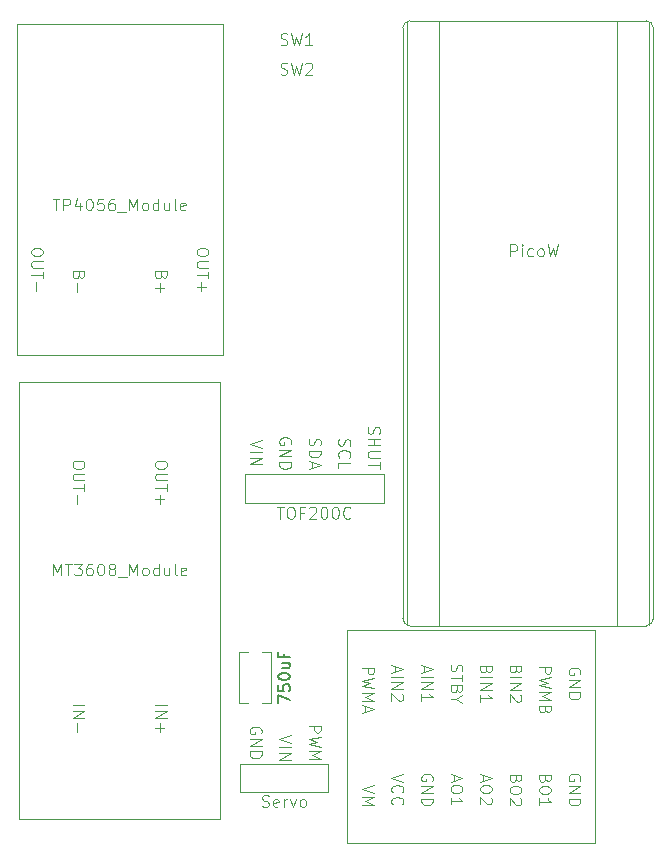
<source format=gbr>
%TF.GenerationSoftware,KiCad,Pcbnew,9.0.3*%
%TF.CreationDate,2025-10-17T23:17:00-07:00*%
%TF.ProjectId,Small_car_electronics.FCStd,536d616c-6c5f-4636-9172-5f656c656374,rev?*%
%TF.SameCoordinates,Original*%
%TF.FileFunction,Legend,Top*%
%TF.FilePolarity,Positive*%
%FSLAX46Y46*%
G04 Gerber Fmt 4.6, Leading zero omitted, Abs format (unit mm)*
G04 Created by KiCad (PCBNEW 9.0.3) date 2025-10-17 23:17:00*
%MOMM*%
%LPD*%
G01*
G04 APERTURE LIST*
%ADD10C,0.100000*%
%ADD11C,0.150000*%
%ADD12C,0.120000*%
G04 APERTURE END LIST*
D10*
X110566390Y-102333333D02*
X110518771Y-102476190D01*
X110518771Y-102476190D02*
X110471152Y-102523809D01*
X110471152Y-102523809D02*
X110375914Y-102571428D01*
X110375914Y-102571428D02*
X110233057Y-102571428D01*
X110233057Y-102571428D02*
X110137819Y-102523809D01*
X110137819Y-102523809D02*
X110090200Y-102476190D01*
X110090200Y-102476190D02*
X110042580Y-102380952D01*
X110042580Y-102380952D02*
X110042580Y-102000000D01*
X110042580Y-102000000D02*
X111042580Y-102000000D01*
X111042580Y-102000000D02*
X111042580Y-102333333D01*
X111042580Y-102333333D02*
X110994961Y-102428571D01*
X110994961Y-102428571D02*
X110947342Y-102476190D01*
X110947342Y-102476190D02*
X110852104Y-102523809D01*
X110852104Y-102523809D02*
X110756866Y-102523809D01*
X110756866Y-102523809D02*
X110661628Y-102476190D01*
X110661628Y-102476190D02*
X110614009Y-102428571D01*
X110614009Y-102428571D02*
X110566390Y-102333333D01*
X110566390Y-102333333D02*
X110566390Y-102000000D01*
X110042580Y-103000000D02*
X111042580Y-103000000D01*
X110042580Y-103476190D02*
X111042580Y-103476190D01*
X111042580Y-103476190D02*
X110042580Y-104047618D01*
X110042580Y-104047618D02*
X111042580Y-104047618D01*
X110947342Y-104476190D02*
X110994961Y-104523809D01*
X110994961Y-104523809D02*
X111042580Y-104619047D01*
X111042580Y-104619047D02*
X111042580Y-104857142D01*
X111042580Y-104857142D02*
X110994961Y-104952380D01*
X110994961Y-104952380D02*
X110947342Y-104999999D01*
X110947342Y-104999999D02*
X110852104Y-105047618D01*
X110852104Y-105047618D02*
X110756866Y-105047618D01*
X110756866Y-105047618D02*
X110614009Y-104999999D01*
X110614009Y-104999999D02*
X110042580Y-104428571D01*
X110042580Y-104428571D02*
X110042580Y-105047618D01*
X102828295Y-102023810D02*
X102828295Y-102500000D01*
X102542580Y-101928572D02*
X103542580Y-102261905D01*
X103542580Y-102261905D02*
X102542580Y-102595238D01*
X102542580Y-102928572D02*
X103542580Y-102928572D01*
X102542580Y-103404762D02*
X103542580Y-103404762D01*
X103542580Y-103404762D02*
X102542580Y-103976190D01*
X102542580Y-103976190D02*
X103542580Y-103976190D01*
X102542580Y-104976190D02*
X102542580Y-104404762D01*
X102542580Y-104690476D02*
X103542580Y-104690476D01*
X103542580Y-104690476D02*
X103399723Y-104595238D01*
X103399723Y-104595238D02*
X103304485Y-104500000D01*
X103304485Y-104500000D02*
X103256866Y-104404762D01*
X100328295Y-102023810D02*
X100328295Y-102500000D01*
X100042580Y-101928572D02*
X101042580Y-102261905D01*
X101042580Y-102261905D02*
X100042580Y-102595238D01*
X100042580Y-102928572D02*
X101042580Y-102928572D01*
X100042580Y-103404762D02*
X101042580Y-103404762D01*
X101042580Y-103404762D02*
X100042580Y-103976190D01*
X100042580Y-103976190D02*
X101042580Y-103976190D01*
X100947342Y-104404762D02*
X100994961Y-104452381D01*
X100994961Y-104452381D02*
X101042580Y-104547619D01*
X101042580Y-104547619D02*
X101042580Y-104785714D01*
X101042580Y-104785714D02*
X100994961Y-104880952D01*
X100994961Y-104880952D02*
X100947342Y-104928571D01*
X100947342Y-104928571D02*
X100852104Y-104976190D01*
X100852104Y-104976190D02*
X100756866Y-104976190D01*
X100756866Y-104976190D02*
X100614009Y-104928571D01*
X100614009Y-104928571D02*
X100042580Y-104357143D01*
X100042580Y-104357143D02*
X100042580Y-104976190D01*
X97542580Y-102166667D02*
X98542580Y-102166667D01*
X98542580Y-102166667D02*
X98542580Y-102547619D01*
X98542580Y-102547619D02*
X98494961Y-102642857D01*
X98494961Y-102642857D02*
X98447342Y-102690476D01*
X98447342Y-102690476D02*
X98352104Y-102738095D01*
X98352104Y-102738095D02*
X98209247Y-102738095D01*
X98209247Y-102738095D02*
X98114009Y-102690476D01*
X98114009Y-102690476D02*
X98066390Y-102642857D01*
X98066390Y-102642857D02*
X98018771Y-102547619D01*
X98018771Y-102547619D02*
X98018771Y-102166667D01*
X98542580Y-103071429D02*
X97542580Y-103309524D01*
X97542580Y-103309524D02*
X98256866Y-103500000D01*
X98256866Y-103500000D02*
X97542580Y-103690476D01*
X97542580Y-103690476D02*
X98542580Y-103928572D01*
X97542580Y-104309524D02*
X98542580Y-104309524D01*
X98542580Y-104309524D02*
X97828295Y-104642857D01*
X97828295Y-104642857D02*
X98542580Y-104976190D01*
X98542580Y-104976190D02*
X97542580Y-104976190D01*
X97828295Y-105404762D02*
X97828295Y-105880952D01*
X97542580Y-105309524D02*
X98542580Y-105642857D01*
X98542580Y-105642857D02*
X97542580Y-105976190D01*
X112542580Y-102095238D02*
X113542580Y-102095238D01*
X113542580Y-102095238D02*
X113542580Y-102476190D01*
X113542580Y-102476190D02*
X113494961Y-102571428D01*
X113494961Y-102571428D02*
X113447342Y-102619047D01*
X113447342Y-102619047D02*
X113352104Y-102666666D01*
X113352104Y-102666666D02*
X113209247Y-102666666D01*
X113209247Y-102666666D02*
X113114009Y-102619047D01*
X113114009Y-102619047D02*
X113066390Y-102571428D01*
X113066390Y-102571428D02*
X113018771Y-102476190D01*
X113018771Y-102476190D02*
X113018771Y-102095238D01*
X113542580Y-103000000D02*
X112542580Y-103238095D01*
X112542580Y-103238095D02*
X113256866Y-103428571D01*
X113256866Y-103428571D02*
X112542580Y-103619047D01*
X112542580Y-103619047D02*
X113542580Y-103857143D01*
X112542580Y-104238095D02*
X113542580Y-104238095D01*
X113542580Y-104238095D02*
X112828295Y-104571428D01*
X112828295Y-104571428D02*
X113542580Y-104904761D01*
X113542580Y-104904761D02*
X112542580Y-104904761D01*
X113066390Y-105714285D02*
X113018771Y-105857142D01*
X113018771Y-105857142D02*
X112971152Y-105904761D01*
X112971152Y-105904761D02*
X112875914Y-105952380D01*
X112875914Y-105952380D02*
X112733057Y-105952380D01*
X112733057Y-105952380D02*
X112637819Y-105904761D01*
X112637819Y-105904761D02*
X112590200Y-105857142D01*
X112590200Y-105857142D02*
X112542580Y-105761904D01*
X112542580Y-105761904D02*
X112542580Y-105380952D01*
X112542580Y-105380952D02*
X113542580Y-105380952D01*
X113542580Y-105380952D02*
X113542580Y-105714285D01*
X113542580Y-105714285D02*
X113494961Y-105809523D01*
X113494961Y-105809523D02*
X113447342Y-105857142D01*
X113447342Y-105857142D02*
X113352104Y-105904761D01*
X113352104Y-105904761D02*
X113256866Y-105904761D01*
X113256866Y-105904761D02*
X113161628Y-105857142D01*
X113161628Y-105857142D02*
X113114009Y-105809523D01*
X113114009Y-105809523D02*
X113066390Y-105714285D01*
X113066390Y-105714285D02*
X113066390Y-105380952D01*
X108066390Y-102333333D02*
X108018771Y-102476190D01*
X108018771Y-102476190D02*
X107971152Y-102523809D01*
X107971152Y-102523809D02*
X107875914Y-102571428D01*
X107875914Y-102571428D02*
X107733057Y-102571428D01*
X107733057Y-102571428D02*
X107637819Y-102523809D01*
X107637819Y-102523809D02*
X107590200Y-102476190D01*
X107590200Y-102476190D02*
X107542580Y-102380952D01*
X107542580Y-102380952D02*
X107542580Y-102000000D01*
X107542580Y-102000000D02*
X108542580Y-102000000D01*
X108542580Y-102000000D02*
X108542580Y-102333333D01*
X108542580Y-102333333D02*
X108494961Y-102428571D01*
X108494961Y-102428571D02*
X108447342Y-102476190D01*
X108447342Y-102476190D02*
X108352104Y-102523809D01*
X108352104Y-102523809D02*
X108256866Y-102523809D01*
X108256866Y-102523809D02*
X108161628Y-102476190D01*
X108161628Y-102476190D02*
X108114009Y-102428571D01*
X108114009Y-102428571D02*
X108066390Y-102333333D01*
X108066390Y-102333333D02*
X108066390Y-102000000D01*
X107542580Y-103000000D02*
X108542580Y-103000000D01*
X107542580Y-103476190D02*
X108542580Y-103476190D01*
X108542580Y-103476190D02*
X107542580Y-104047618D01*
X107542580Y-104047618D02*
X108542580Y-104047618D01*
X107542580Y-105047618D02*
X107542580Y-104476190D01*
X107542580Y-104761904D02*
X108542580Y-104761904D01*
X108542580Y-104761904D02*
X108399723Y-104666666D01*
X108399723Y-104666666D02*
X108304485Y-104571428D01*
X108304485Y-104571428D02*
X108256866Y-104476190D01*
X115994961Y-102738095D02*
X116042580Y-102642857D01*
X116042580Y-102642857D02*
X116042580Y-102500000D01*
X116042580Y-102500000D02*
X115994961Y-102357143D01*
X115994961Y-102357143D02*
X115899723Y-102261905D01*
X115899723Y-102261905D02*
X115804485Y-102214286D01*
X115804485Y-102214286D02*
X115614009Y-102166667D01*
X115614009Y-102166667D02*
X115471152Y-102166667D01*
X115471152Y-102166667D02*
X115280676Y-102214286D01*
X115280676Y-102214286D02*
X115185438Y-102261905D01*
X115185438Y-102261905D02*
X115090200Y-102357143D01*
X115090200Y-102357143D02*
X115042580Y-102500000D01*
X115042580Y-102500000D02*
X115042580Y-102595238D01*
X115042580Y-102595238D02*
X115090200Y-102738095D01*
X115090200Y-102738095D02*
X115137819Y-102785714D01*
X115137819Y-102785714D02*
X115471152Y-102785714D01*
X115471152Y-102785714D02*
X115471152Y-102595238D01*
X115042580Y-103214286D02*
X116042580Y-103214286D01*
X116042580Y-103214286D02*
X115042580Y-103785714D01*
X115042580Y-103785714D02*
X116042580Y-103785714D01*
X115042580Y-104261905D02*
X116042580Y-104261905D01*
X116042580Y-104261905D02*
X116042580Y-104500000D01*
X116042580Y-104500000D02*
X115994961Y-104642857D01*
X115994961Y-104642857D02*
X115899723Y-104738095D01*
X115899723Y-104738095D02*
X115804485Y-104785714D01*
X115804485Y-104785714D02*
X115614009Y-104833333D01*
X115614009Y-104833333D02*
X115471152Y-104833333D01*
X115471152Y-104833333D02*
X115280676Y-104785714D01*
X115280676Y-104785714D02*
X115185438Y-104738095D01*
X115185438Y-104738095D02*
X115090200Y-104642857D01*
X115090200Y-104642857D02*
X115042580Y-104500000D01*
X115042580Y-104500000D02*
X115042580Y-104261905D01*
X105090200Y-101904762D02*
X105042580Y-102047619D01*
X105042580Y-102047619D02*
X105042580Y-102285714D01*
X105042580Y-102285714D02*
X105090200Y-102380952D01*
X105090200Y-102380952D02*
X105137819Y-102428571D01*
X105137819Y-102428571D02*
X105233057Y-102476190D01*
X105233057Y-102476190D02*
X105328295Y-102476190D01*
X105328295Y-102476190D02*
X105423533Y-102428571D01*
X105423533Y-102428571D02*
X105471152Y-102380952D01*
X105471152Y-102380952D02*
X105518771Y-102285714D01*
X105518771Y-102285714D02*
X105566390Y-102095238D01*
X105566390Y-102095238D02*
X105614009Y-102000000D01*
X105614009Y-102000000D02*
X105661628Y-101952381D01*
X105661628Y-101952381D02*
X105756866Y-101904762D01*
X105756866Y-101904762D02*
X105852104Y-101904762D01*
X105852104Y-101904762D02*
X105947342Y-101952381D01*
X105947342Y-101952381D02*
X105994961Y-102000000D01*
X105994961Y-102000000D02*
X106042580Y-102095238D01*
X106042580Y-102095238D02*
X106042580Y-102333333D01*
X106042580Y-102333333D02*
X105994961Y-102476190D01*
X106042580Y-102761905D02*
X106042580Y-103333333D01*
X105042580Y-103047619D02*
X106042580Y-103047619D01*
X105566390Y-104000000D02*
X105518771Y-104142857D01*
X105518771Y-104142857D02*
X105471152Y-104190476D01*
X105471152Y-104190476D02*
X105375914Y-104238095D01*
X105375914Y-104238095D02*
X105233057Y-104238095D01*
X105233057Y-104238095D02*
X105137819Y-104190476D01*
X105137819Y-104190476D02*
X105090200Y-104142857D01*
X105090200Y-104142857D02*
X105042580Y-104047619D01*
X105042580Y-104047619D02*
X105042580Y-103666667D01*
X105042580Y-103666667D02*
X106042580Y-103666667D01*
X106042580Y-103666667D02*
X106042580Y-104000000D01*
X106042580Y-104000000D02*
X105994961Y-104095238D01*
X105994961Y-104095238D02*
X105947342Y-104142857D01*
X105947342Y-104142857D02*
X105852104Y-104190476D01*
X105852104Y-104190476D02*
X105756866Y-104190476D01*
X105756866Y-104190476D02*
X105661628Y-104142857D01*
X105661628Y-104142857D02*
X105614009Y-104095238D01*
X105614009Y-104095238D02*
X105566390Y-104000000D01*
X105566390Y-104000000D02*
X105566390Y-103666667D01*
X105518771Y-104857143D02*
X105042580Y-104857143D01*
X106042580Y-104523810D02*
X105518771Y-104857143D01*
X105518771Y-104857143D02*
X106042580Y-105190476D01*
X115994961Y-111738095D02*
X116042580Y-111642857D01*
X116042580Y-111642857D02*
X116042580Y-111500000D01*
X116042580Y-111500000D02*
X115994961Y-111357143D01*
X115994961Y-111357143D02*
X115899723Y-111261905D01*
X115899723Y-111261905D02*
X115804485Y-111214286D01*
X115804485Y-111214286D02*
X115614009Y-111166667D01*
X115614009Y-111166667D02*
X115471152Y-111166667D01*
X115471152Y-111166667D02*
X115280676Y-111214286D01*
X115280676Y-111214286D02*
X115185438Y-111261905D01*
X115185438Y-111261905D02*
X115090200Y-111357143D01*
X115090200Y-111357143D02*
X115042580Y-111500000D01*
X115042580Y-111500000D02*
X115042580Y-111595238D01*
X115042580Y-111595238D02*
X115090200Y-111738095D01*
X115090200Y-111738095D02*
X115137819Y-111785714D01*
X115137819Y-111785714D02*
X115471152Y-111785714D01*
X115471152Y-111785714D02*
X115471152Y-111595238D01*
X115042580Y-112214286D02*
X116042580Y-112214286D01*
X116042580Y-112214286D02*
X115042580Y-112785714D01*
X115042580Y-112785714D02*
X116042580Y-112785714D01*
X115042580Y-113261905D02*
X116042580Y-113261905D01*
X116042580Y-113261905D02*
X116042580Y-113500000D01*
X116042580Y-113500000D02*
X115994961Y-113642857D01*
X115994961Y-113642857D02*
X115899723Y-113738095D01*
X115899723Y-113738095D02*
X115804485Y-113785714D01*
X115804485Y-113785714D02*
X115614009Y-113833333D01*
X115614009Y-113833333D02*
X115471152Y-113833333D01*
X115471152Y-113833333D02*
X115280676Y-113785714D01*
X115280676Y-113785714D02*
X115185438Y-113738095D01*
X115185438Y-113738095D02*
X115090200Y-113642857D01*
X115090200Y-113642857D02*
X115042580Y-113500000D01*
X115042580Y-113500000D02*
X115042580Y-113261905D01*
X113066390Y-111571428D02*
X113018771Y-111714285D01*
X113018771Y-111714285D02*
X112971152Y-111761904D01*
X112971152Y-111761904D02*
X112875914Y-111809523D01*
X112875914Y-111809523D02*
X112733057Y-111809523D01*
X112733057Y-111809523D02*
X112637819Y-111761904D01*
X112637819Y-111761904D02*
X112590200Y-111714285D01*
X112590200Y-111714285D02*
X112542580Y-111619047D01*
X112542580Y-111619047D02*
X112542580Y-111238095D01*
X112542580Y-111238095D02*
X113542580Y-111238095D01*
X113542580Y-111238095D02*
X113542580Y-111571428D01*
X113542580Y-111571428D02*
X113494961Y-111666666D01*
X113494961Y-111666666D02*
X113447342Y-111714285D01*
X113447342Y-111714285D02*
X113352104Y-111761904D01*
X113352104Y-111761904D02*
X113256866Y-111761904D01*
X113256866Y-111761904D02*
X113161628Y-111714285D01*
X113161628Y-111714285D02*
X113114009Y-111666666D01*
X113114009Y-111666666D02*
X113066390Y-111571428D01*
X113066390Y-111571428D02*
X113066390Y-111238095D01*
X113542580Y-112428571D02*
X113542580Y-112619047D01*
X113542580Y-112619047D02*
X113494961Y-112714285D01*
X113494961Y-112714285D02*
X113399723Y-112809523D01*
X113399723Y-112809523D02*
X113209247Y-112857142D01*
X113209247Y-112857142D02*
X112875914Y-112857142D01*
X112875914Y-112857142D02*
X112685438Y-112809523D01*
X112685438Y-112809523D02*
X112590200Y-112714285D01*
X112590200Y-112714285D02*
X112542580Y-112619047D01*
X112542580Y-112619047D02*
X112542580Y-112428571D01*
X112542580Y-112428571D02*
X112590200Y-112333333D01*
X112590200Y-112333333D02*
X112685438Y-112238095D01*
X112685438Y-112238095D02*
X112875914Y-112190476D01*
X112875914Y-112190476D02*
X113209247Y-112190476D01*
X113209247Y-112190476D02*
X113399723Y-112238095D01*
X113399723Y-112238095D02*
X113494961Y-112333333D01*
X113494961Y-112333333D02*
X113542580Y-112428571D01*
X112542580Y-113809523D02*
X112542580Y-113238095D01*
X112542580Y-113523809D02*
X113542580Y-113523809D01*
X113542580Y-113523809D02*
X113399723Y-113428571D01*
X113399723Y-113428571D02*
X113304485Y-113333333D01*
X113304485Y-113333333D02*
X113256866Y-113238095D01*
X110566390Y-111571428D02*
X110518771Y-111714285D01*
X110518771Y-111714285D02*
X110471152Y-111761904D01*
X110471152Y-111761904D02*
X110375914Y-111809523D01*
X110375914Y-111809523D02*
X110233057Y-111809523D01*
X110233057Y-111809523D02*
X110137819Y-111761904D01*
X110137819Y-111761904D02*
X110090200Y-111714285D01*
X110090200Y-111714285D02*
X110042580Y-111619047D01*
X110042580Y-111619047D02*
X110042580Y-111238095D01*
X110042580Y-111238095D02*
X111042580Y-111238095D01*
X111042580Y-111238095D02*
X111042580Y-111571428D01*
X111042580Y-111571428D02*
X110994961Y-111666666D01*
X110994961Y-111666666D02*
X110947342Y-111714285D01*
X110947342Y-111714285D02*
X110852104Y-111761904D01*
X110852104Y-111761904D02*
X110756866Y-111761904D01*
X110756866Y-111761904D02*
X110661628Y-111714285D01*
X110661628Y-111714285D02*
X110614009Y-111666666D01*
X110614009Y-111666666D02*
X110566390Y-111571428D01*
X110566390Y-111571428D02*
X110566390Y-111238095D01*
X111042580Y-112428571D02*
X111042580Y-112619047D01*
X111042580Y-112619047D02*
X110994961Y-112714285D01*
X110994961Y-112714285D02*
X110899723Y-112809523D01*
X110899723Y-112809523D02*
X110709247Y-112857142D01*
X110709247Y-112857142D02*
X110375914Y-112857142D01*
X110375914Y-112857142D02*
X110185438Y-112809523D01*
X110185438Y-112809523D02*
X110090200Y-112714285D01*
X110090200Y-112714285D02*
X110042580Y-112619047D01*
X110042580Y-112619047D02*
X110042580Y-112428571D01*
X110042580Y-112428571D02*
X110090200Y-112333333D01*
X110090200Y-112333333D02*
X110185438Y-112238095D01*
X110185438Y-112238095D02*
X110375914Y-112190476D01*
X110375914Y-112190476D02*
X110709247Y-112190476D01*
X110709247Y-112190476D02*
X110899723Y-112238095D01*
X110899723Y-112238095D02*
X110994961Y-112333333D01*
X110994961Y-112333333D02*
X111042580Y-112428571D01*
X110947342Y-113238095D02*
X110994961Y-113285714D01*
X110994961Y-113285714D02*
X111042580Y-113380952D01*
X111042580Y-113380952D02*
X111042580Y-113619047D01*
X111042580Y-113619047D02*
X110994961Y-113714285D01*
X110994961Y-113714285D02*
X110947342Y-113761904D01*
X110947342Y-113761904D02*
X110852104Y-113809523D01*
X110852104Y-113809523D02*
X110756866Y-113809523D01*
X110756866Y-113809523D02*
X110614009Y-113761904D01*
X110614009Y-113761904D02*
X110042580Y-113190476D01*
X110042580Y-113190476D02*
X110042580Y-113809523D01*
X107828295Y-111261905D02*
X107828295Y-111738095D01*
X107542580Y-111166667D02*
X108542580Y-111500000D01*
X108542580Y-111500000D02*
X107542580Y-111833333D01*
X108542580Y-112357143D02*
X108542580Y-112547619D01*
X108542580Y-112547619D02*
X108494961Y-112642857D01*
X108494961Y-112642857D02*
X108399723Y-112738095D01*
X108399723Y-112738095D02*
X108209247Y-112785714D01*
X108209247Y-112785714D02*
X107875914Y-112785714D01*
X107875914Y-112785714D02*
X107685438Y-112738095D01*
X107685438Y-112738095D02*
X107590200Y-112642857D01*
X107590200Y-112642857D02*
X107542580Y-112547619D01*
X107542580Y-112547619D02*
X107542580Y-112357143D01*
X107542580Y-112357143D02*
X107590200Y-112261905D01*
X107590200Y-112261905D02*
X107685438Y-112166667D01*
X107685438Y-112166667D02*
X107875914Y-112119048D01*
X107875914Y-112119048D02*
X108209247Y-112119048D01*
X108209247Y-112119048D02*
X108399723Y-112166667D01*
X108399723Y-112166667D02*
X108494961Y-112261905D01*
X108494961Y-112261905D02*
X108542580Y-112357143D01*
X108447342Y-113166667D02*
X108494961Y-113214286D01*
X108494961Y-113214286D02*
X108542580Y-113309524D01*
X108542580Y-113309524D02*
X108542580Y-113547619D01*
X108542580Y-113547619D02*
X108494961Y-113642857D01*
X108494961Y-113642857D02*
X108447342Y-113690476D01*
X108447342Y-113690476D02*
X108352104Y-113738095D01*
X108352104Y-113738095D02*
X108256866Y-113738095D01*
X108256866Y-113738095D02*
X108114009Y-113690476D01*
X108114009Y-113690476D02*
X107542580Y-113119048D01*
X107542580Y-113119048D02*
X107542580Y-113738095D01*
X105328295Y-111261905D02*
X105328295Y-111738095D01*
X105042580Y-111166667D02*
X106042580Y-111500000D01*
X106042580Y-111500000D02*
X105042580Y-111833333D01*
X106042580Y-112357143D02*
X106042580Y-112547619D01*
X106042580Y-112547619D02*
X105994961Y-112642857D01*
X105994961Y-112642857D02*
X105899723Y-112738095D01*
X105899723Y-112738095D02*
X105709247Y-112785714D01*
X105709247Y-112785714D02*
X105375914Y-112785714D01*
X105375914Y-112785714D02*
X105185438Y-112738095D01*
X105185438Y-112738095D02*
X105090200Y-112642857D01*
X105090200Y-112642857D02*
X105042580Y-112547619D01*
X105042580Y-112547619D02*
X105042580Y-112357143D01*
X105042580Y-112357143D02*
X105090200Y-112261905D01*
X105090200Y-112261905D02*
X105185438Y-112166667D01*
X105185438Y-112166667D02*
X105375914Y-112119048D01*
X105375914Y-112119048D02*
X105709247Y-112119048D01*
X105709247Y-112119048D02*
X105899723Y-112166667D01*
X105899723Y-112166667D02*
X105994961Y-112261905D01*
X105994961Y-112261905D02*
X106042580Y-112357143D01*
X105042580Y-113738095D02*
X105042580Y-113166667D01*
X105042580Y-113452381D02*
X106042580Y-113452381D01*
X106042580Y-113452381D02*
X105899723Y-113357143D01*
X105899723Y-113357143D02*
X105804485Y-113261905D01*
X105804485Y-113261905D02*
X105756866Y-113166667D01*
X103494961Y-111738095D02*
X103542580Y-111642857D01*
X103542580Y-111642857D02*
X103542580Y-111500000D01*
X103542580Y-111500000D02*
X103494961Y-111357143D01*
X103494961Y-111357143D02*
X103399723Y-111261905D01*
X103399723Y-111261905D02*
X103304485Y-111214286D01*
X103304485Y-111214286D02*
X103114009Y-111166667D01*
X103114009Y-111166667D02*
X102971152Y-111166667D01*
X102971152Y-111166667D02*
X102780676Y-111214286D01*
X102780676Y-111214286D02*
X102685438Y-111261905D01*
X102685438Y-111261905D02*
X102590200Y-111357143D01*
X102590200Y-111357143D02*
X102542580Y-111500000D01*
X102542580Y-111500000D02*
X102542580Y-111595238D01*
X102542580Y-111595238D02*
X102590200Y-111738095D01*
X102590200Y-111738095D02*
X102637819Y-111785714D01*
X102637819Y-111785714D02*
X102971152Y-111785714D01*
X102971152Y-111785714D02*
X102971152Y-111595238D01*
X102542580Y-112214286D02*
X103542580Y-112214286D01*
X103542580Y-112214286D02*
X102542580Y-112785714D01*
X102542580Y-112785714D02*
X103542580Y-112785714D01*
X102542580Y-113261905D02*
X103542580Y-113261905D01*
X103542580Y-113261905D02*
X103542580Y-113500000D01*
X103542580Y-113500000D02*
X103494961Y-113642857D01*
X103494961Y-113642857D02*
X103399723Y-113738095D01*
X103399723Y-113738095D02*
X103304485Y-113785714D01*
X103304485Y-113785714D02*
X103114009Y-113833333D01*
X103114009Y-113833333D02*
X102971152Y-113833333D01*
X102971152Y-113833333D02*
X102780676Y-113785714D01*
X102780676Y-113785714D02*
X102685438Y-113738095D01*
X102685438Y-113738095D02*
X102590200Y-113642857D01*
X102590200Y-113642857D02*
X102542580Y-113500000D01*
X102542580Y-113500000D02*
X102542580Y-113261905D01*
X101042580Y-111166667D02*
X100042580Y-111500000D01*
X100042580Y-111500000D02*
X101042580Y-111833333D01*
X100137819Y-112738095D02*
X100090200Y-112690476D01*
X100090200Y-112690476D02*
X100042580Y-112547619D01*
X100042580Y-112547619D02*
X100042580Y-112452381D01*
X100042580Y-112452381D02*
X100090200Y-112309524D01*
X100090200Y-112309524D02*
X100185438Y-112214286D01*
X100185438Y-112214286D02*
X100280676Y-112166667D01*
X100280676Y-112166667D02*
X100471152Y-112119048D01*
X100471152Y-112119048D02*
X100614009Y-112119048D01*
X100614009Y-112119048D02*
X100804485Y-112166667D01*
X100804485Y-112166667D02*
X100899723Y-112214286D01*
X100899723Y-112214286D02*
X100994961Y-112309524D01*
X100994961Y-112309524D02*
X101042580Y-112452381D01*
X101042580Y-112452381D02*
X101042580Y-112547619D01*
X101042580Y-112547619D02*
X100994961Y-112690476D01*
X100994961Y-112690476D02*
X100947342Y-112738095D01*
X100137819Y-113738095D02*
X100090200Y-113690476D01*
X100090200Y-113690476D02*
X100042580Y-113547619D01*
X100042580Y-113547619D02*
X100042580Y-113452381D01*
X100042580Y-113452381D02*
X100090200Y-113309524D01*
X100090200Y-113309524D02*
X100185438Y-113214286D01*
X100185438Y-113214286D02*
X100280676Y-113166667D01*
X100280676Y-113166667D02*
X100471152Y-113119048D01*
X100471152Y-113119048D02*
X100614009Y-113119048D01*
X100614009Y-113119048D02*
X100804485Y-113166667D01*
X100804485Y-113166667D02*
X100899723Y-113214286D01*
X100899723Y-113214286D02*
X100994961Y-113309524D01*
X100994961Y-113309524D02*
X101042580Y-113452381D01*
X101042580Y-113452381D02*
X101042580Y-113547619D01*
X101042580Y-113547619D02*
X100994961Y-113690476D01*
X100994961Y-113690476D02*
X100947342Y-113738095D01*
X98542580Y-112095238D02*
X97542580Y-112428571D01*
X97542580Y-112428571D02*
X98542580Y-112761904D01*
X97542580Y-113095238D02*
X98542580Y-113095238D01*
X98542580Y-113095238D02*
X97828295Y-113428571D01*
X97828295Y-113428571D02*
X98542580Y-113761904D01*
X98542580Y-113761904D02*
X97542580Y-113761904D01*
X90666667Y-51909800D02*
X90809524Y-51957419D01*
X90809524Y-51957419D02*
X91047619Y-51957419D01*
X91047619Y-51957419D02*
X91142857Y-51909800D01*
X91142857Y-51909800D02*
X91190476Y-51862180D01*
X91190476Y-51862180D02*
X91238095Y-51766942D01*
X91238095Y-51766942D02*
X91238095Y-51671704D01*
X91238095Y-51671704D02*
X91190476Y-51576466D01*
X91190476Y-51576466D02*
X91142857Y-51528847D01*
X91142857Y-51528847D02*
X91047619Y-51481228D01*
X91047619Y-51481228D02*
X90857143Y-51433609D01*
X90857143Y-51433609D02*
X90761905Y-51385990D01*
X90761905Y-51385990D02*
X90714286Y-51338371D01*
X90714286Y-51338371D02*
X90666667Y-51243133D01*
X90666667Y-51243133D02*
X90666667Y-51147895D01*
X90666667Y-51147895D02*
X90714286Y-51052657D01*
X90714286Y-51052657D02*
X90761905Y-51005038D01*
X90761905Y-51005038D02*
X90857143Y-50957419D01*
X90857143Y-50957419D02*
X91095238Y-50957419D01*
X91095238Y-50957419D02*
X91238095Y-51005038D01*
X91571429Y-50957419D02*
X91809524Y-51957419D01*
X91809524Y-51957419D02*
X92000000Y-51243133D01*
X92000000Y-51243133D02*
X92190476Y-51957419D01*
X92190476Y-51957419D02*
X92428572Y-50957419D01*
X92761905Y-51052657D02*
X92809524Y-51005038D01*
X92809524Y-51005038D02*
X92904762Y-50957419D01*
X92904762Y-50957419D02*
X93142857Y-50957419D01*
X93142857Y-50957419D02*
X93238095Y-51005038D01*
X93238095Y-51005038D02*
X93285714Y-51052657D01*
X93285714Y-51052657D02*
X93333333Y-51147895D01*
X93333333Y-51147895D02*
X93333333Y-51243133D01*
X93333333Y-51243133D02*
X93285714Y-51385990D01*
X93285714Y-51385990D02*
X92714286Y-51957419D01*
X92714286Y-51957419D02*
X93333333Y-51957419D01*
X90666667Y-49409800D02*
X90809524Y-49457419D01*
X90809524Y-49457419D02*
X91047619Y-49457419D01*
X91047619Y-49457419D02*
X91142857Y-49409800D01*
X91142857Y-49409800D02*
X91190476Y-49362180D01*
X91190476Y-49362180D02*
X91238095Y-49266942D01*
X91238095Y-49266942D02*
X91238095Y-49171704D01*
X91238095Y-49171704D02*
X91190476Y-49076466D01*
X91190476Y-49076466D02*
X91142857Y-49028847D01*
X91142857Y-49028847D02*
X91047619Y-48981228D01*
X91047619Y-48981228D02*
X90857143Y-48933609D01*
X90857143Y-48933609D02*
X90761905Y-48885990D01*
X90761905Y-48885990D02*
X90714286Y-48838371D01*
X90714286Y-48838371D02*
X90666667Y-48743133D01*
X90666667Y-48743133D02*
X90666667Y-48647895D01*
X90666667Y-48647895D02*
X90714286Y-48552657D01*
X90714286Y-48552657D02*
X90761905Y-48505038D01*
X90761905Y-48505038D02*
X90857143Y-48457419D01*
X90857143Y-48457419D02*
X91095238Y-48457419D01*
X91095238Y-48457419D02*
X91238095Y-48505038D01*
X91571429Y-48457419D02*
X91809524Y-49457419D01*
X91809524Y-49457419D02*
X92000000Y-48743133D01*
X92000000Y-48743133D02*
X92190476Y-49457419D01*
X92190476Y-49457419D02*
X92428572Y-48457419D01*
X93333333Y-49457419D02*
X92761905Y-49457419D01*
X93047619Y-49457419D02*
X93047619Y-48457419D01*
X93047619Y-48457419D02*
X92952381Y-48600276D01*
X92952381Y-48600276D02*
X92857143Y-48695514D01*
X92857143Y-48695514D02*
X92761905Y-48743133D01*
X93042580Y-107095238D02*
X94042580Y-107095238D01*
X94042580Y-107095238D02*
X94042580Y-107476190D01*
X94042580Y-107476190D02*
X93994961Y-107571428D01*
X93994961Y-107571428D02*
X93947342Y-107619047D01*
X93947342Y-107619047D02*
X93852104Y-107666666D01*
X93852104Y-107666666D02*
X93709247Y-107666666D01*
X93709247Y-107666666D02*
X93614009Y-107619047D01*
X93614009Y-107619047D02*
X93566390Y-107571428D01*
X93566390Y-107571428D02*
X93518771Y-107476190D01*
X93518771Y-107476190D02*
X93518771Y-107095238D01*
X94042580Y-108000000D02*
X93042580Y-108238095D01*
X93042580Y-108238095D02*
X93756866Y-108428571D01*
X93756866Y-108428571D02*
X93042580Y-108619047D01*
X93042580Y-108619047D02*
X94042580Y-108857143D01*
X93042580Y-109238095D02*
X94042580Y-109238095D01*
X94042580Y-109238095D02*
X93328295Y-109571428D01*
X93328295Y-109571428D02*
X94042580Y-109904761D01*
X94042580Y-109904761D02*
X93042580Y-109904761D01*
X91542580Y-107904762D02*
X90542580Y-108238095D01*
X90542580Y-108238095D02*
X91542580Y-108571428D01*
X90542580Y-108904762D02*
X91542580Y-108904762D01*
X90542580Y-109380952D02*
X91542580Y-109380952D01*
X91542580Y-109380952D02*
X90542580Y-109952380D01*
X90542580Y-109952380D02*
X91542580Y-109952380D01*
X88994961Y-107738095D02*
X89042580Y-107642857D01*
X89042580Y-107642857D02*
X89042580Y-107500000D01*
X89042580Y-107500000D02*
X88994961Y-107357143D01*
X88994961Y-107357143D02*
X88899723Y-107261905D01*
X88899723Y-107261905D02*
X88804485Y-107214286D01*
X88804485Y-107214286D02*
X88614009Y-107166667D01*
X88614009Y-107166667D02*
X88471152Y-107166667D01*
X88471152Y-107166667D02*
X88280676Y-107214286D01*
X88280676Y-107214286D02*
X88185438Y-107261905D01*
X88185438Y-107261905D02*
X88090200Y-107357143D01*
X88090200Y-107357143D02*
X88042580Y-107500000D01*
X88042580Y-107500000D02*
X88042580Y-107595238D01*
X88042580Y-107595238D02*
X88090200Y-107738095D01*
X88090200Y-107738095D02*
X88137819Y-107785714D01*
X88137819Y-107785714D02*
X88471152Y-107785714D01*
X88471152Y-107785714D02*
X88471152Y-107595238D01*
X88042580Y-108214286D02*
X89042580Y-108214286D01*
X89042580Y-108214286D02*
X88042580Y-108785714D01*
X88042580Y-108785714D02*
X89042580Y-108785714D01*
X88042580Y-109261905D02*
X89042580Y-109261905D01*
X89042580Y-109261905D02*
X89042580Y-109500000D01*
X89042580Y-109500000D02*
X88994961Y-109642857D01*
X88994961Y-109642857D02*
X88899723Y-109738095D01*
X88899723Y-109738095D02*
X88804485Y-109785714D01*
X88804485Y-109785714D02*
X88614009Y-109833333D01*
X88614009Y-109833333D02*
X88471152Y-109833333D01*
X88471152Y-109833333D02*
X88280676Y-109785714D01*
X88280676Y-109785714D02*
X88185438Y-109738095D01*
X88185438Y-109738095D02*
X88090200Y-109642857D01*
X88090200Y-109642857D02*
X88042580Y-109500000D01*
X88042580Y-109500000D02*
X88042580Y-109261905D01*
X89042580Y-82904762D02*
X88042580Y-83238095D01*
X88042580Y-83238095D02*
X89042580Y-83571428D01*
X88042580Y-83904762D02*
X89042580Y-83904762D01*
X88042580Y-84380952D02*
X89042580Y-84380952D01*
X89042580Y-84380952D02*
X88042580Y-84952380D01*
X88042580Y-84952380D02*
X89042580Y-84952380D01*
X91494961Y-83238095D02*
X91542580Y-83142857D01*
X91542580Y-83142857D02*
X91542580Y-83000000D01*
X91542580Y-83000000D02*
X91494961Y-82857143D01*
X91494961Y-82857143D02*
X91399723Y-82761905D01*
X91399723Y-82761905D02*
X91304485Y-82714286D01*
X91304485Y-82714286D02*
X91114009Y-82666667D01*
X91114009Y-82666667D02*
X90971152Y-82666667D01*
X90971152Y-82666667D02*
X90780676Y-82714286D01*
X90780676Y-82714286D02*
X90685438Y-82761905D01*
X90685438Y-82761905D02*
X90590200Y-82857143D01*
X90590200Y-82857143D02*
X90542580Y-83000000D01*
X90542580Y-83000000D02*
X90542580Y-83095238D01*
X90542580Y-83095238D02*
X90590200Y-83238095D01*
X90590200Y-83238095D02*
X90637819Y-83285714D01*
X90637819Y-83285714D02*
X90971152Y-83285714D01*
X90971152Y-83285714D02*
X90971152Y-83095238D01*
X90542580Y-83714286D02*
X91542580Y-83714286D01*
X91542580Y-83714286D02*
X90542580Y-84285714D01*
X90542580Y-84285714D02*
X91542580Y-84285714D01*
X90542580Y-84761905D02*
X91542580Y-84761905D01*
X91542580Y-84761905D02*
X91542580Y-85000000D01*
X91542580Y-85000000D02*
X91494961Y-85142857D01*
X91494961Y-85142857D02*
X91399723Y-85238095D01*
X91399723Y-85238095D02*
X91304485Y-85285714D01*
X91304485Y-85285714D02*
X91114009Y-85333333D01*
X91114009Y-85333333D02*
X90971152Y-85333333D01*
X90971152Y-85333333D02*
X90780676Y-85285714D01*
X90780676Y-85285714D02*
X90685438Y-85238095D01*
X90685438Y-85238095D02*
X90590200Y-85142857D01*
X90590200Y-85142857D02*
X90542580Y-85000000D01*
X90542580Y-85000000D02*
X90542580Y-84761905D01*
X93090200Y-82785714D02*
X93042580Y-82928571D01*
X93042580Y-82928571D02*
X93042580Y-83166666D01*
X93042580Y-83166666D02*
X93090200Y-83261904D01*
X93090200Y-83261904D02*
X93137819Y-83309523D01*
X93137819Y-83309523D02*
X93233057Y-83357142D01*
X93233057Y-83357142D02*
X93328295Y-83357142D01*
X93328295Y-83357142D02*
X93423533Y-83309523D01*
X93423533Y-83309523D02*
X93471152Y-83261904D01*
X93471152Y-83261904D02*
X93518771Y-83166666D01*
X93518771Y-83166666D02*
X93566390Y-82976190D01*
X93566390Y-82976190D02*
X93614009Y-82880952D01*
X93614009Y-82880952D02*
X93661628Y-82833333D01*
X93661628Y-82833333D02*
X93756866Y-82785714D01*
X93756866Y-82785714D02*
X93852104Y-82785714D01*
X93852104Y-82785714D02*
X93947342Y-82833333D01*
X93947342Y-82833333D02*
X93994961Y-82880952D01*
X93994961Y-82880952D02*
X94042580Y-82976190D01*
X94042580Y-82976190D02*
X94042580Y-83214285D01*
X94042580Y-83214285D02*
X93994961Y-83357142D01*
X93042580Y-83785714D02*
X94042580Y-83785714D01*
X94042580Y-83785714D02*
X94042580Y-84023809D01*
X94042580Y-84023809D02*
X93994961Y-84166666D01*
X93994961Y-84166666D02*
X93899723Y-84261904D01*
X93899723Y-84261904D02*
X93804485Y-84309523D01*
X93804485Y-84309523D02*
X93614009Y-84357142D01*
X93614009Y-84357142D02*
X93471152Y-84357142D01*
X93471152Y-84357142D02*
X93280676Y-84309523D01*
X93280676Y-84309523D02*
X93185438Y-84261904D01*
X93185438Y-84261904D02*
X93090200Y-84166666D01*
X93090200Y-84166666D02*
X93042580Y-84023809D01*
X93042580Y-84023809D02*
X93042580Y-83785714D01*
X93328295Y-84738095D02*
X93328295Y-85214285D01*
X93042580Y-84642857D02*
X94042580Y-84976190D01*
X94042580Y-84976190D02*
X93042580Y-85309523D01*
X95590200Y-82809524D02*
X95542580Y-82952381D01*
X95542580Y-82952381D02*
X95542580Y-83190476D01*
X95542580Y-83190476D02*
X95590200Y-83285714D01*
X95590200Y-83285714D02*
X95637819Y-83333333D01*
X95637819Y-83333333D02*
X95733057Y-83380952D01*
X95733057Y-83380952D02*
X95828295Y-83380952D01*
X95828295Y-83380952D02*
X95923533Y-83333333D01*
X95923533Y-83333333D02*
X95971152Y-83285714D01*
X95971152Y-83285714D02*
X96018771Y-83190476D01*
X96018771Y-83190476D02*
X96066390Y-83000000D01*
X96066390Y-83000000D02*
X96114009Y-82904762D01*
X96114009Y-82904762D02*
X96161628Y-82857143D01*
X96161628Y-82857143D02*
X96256866Y-82809524D01*
X96256866Y-82809524D02*
X96352104Y-82809524D01*
X96352104Y-82809524D02*
X96447342Y-82857143D01*
X96447342Y-82857143D02*
X96494961Y-82904762D01*
X96494961Y-82904762D02*
X96542580Y-83000000D01*
X96542580Y-83000000D02*
X96542580Y-83238095D01*
X96542580Y-83238095D02*
X96494961Y-83380952D01*
X95637819Y-84380952D02*
X95590200Y-84333333D01*
X95590200Y-84333333D02*
X95542580Y-84190476D01*
X95542580Y-84190476D02*
X95542580Y-84095238D01*
X95542580Y-84095238D02*
X95590200Y-83952381D01*
X95590200Y-83952381D02*
X95685438Y-83857143D01*
X95685438Y-83857143D02*
X95780676Y-83809524D01*
X95780676Y-83809524D02*
X95971152Y-83761905D01*
X95971152Y-83761905D02*
X96114009Y-83761905D01*
X96114009Y-83761905D02*
X96304485Y-83809524D01*
X96304485Y-83809524D02*
X96399723Y-83857143D01*
X96399723Y-83857143D02*
X96494961Y-83952381D01*
X96494961Y-83952381D02*
X96542580Y-84095238D01*
X96542580Y-84095238D02*
X96542580Y-84190476D01*
X96542580Y-84190476D02*
X96494961Y-84333333D01*
X96494961Y-84333333D02*
X96447342Y-84380952D01*
X95542580Y-85285714D02*
X95542580Y-84809524D01*
X95542580Y-84809524D02*
X96542580Y-84809524D01*
X98090200Y-81785714D02*
X98042580Y-81928571D01*
X98042580Y-81928571D02*
X98042580Y-82166666D01*
X98042580Y-82166666D02*
X98090200Y-82261904D01*
X98090200Y-82261904D02*
X98137819Y-82309523D01*
X98137819Y-82309523D02*
X98233057Y-82357142D01*
X98233057Y-82357142D02*
X98328295Y-82357142D01*
X98328295Y-82357142D02*
X98423533Y-82309523D01*
X98423533Y-82309523D02*
X98471152Y-82261904D01*
X98471152Y-82261904D02*
X98518771Y-82166666D01*
X98518771Y-82166666D02*
X98566390Y-81976190D01*
X98566390Y-81976190D02*
X98614009Y-81880952D01*
X98614009Y-81880952D02*
X98661628Y-81833333D01*
X98661628Y-81833333D02*
X98756866Y-81785714D01*
X98756866Y-81785714D02*
X98852104Y-81785714D01*
X98852104Y-81785714D02*
X98947342Y-81833333D01*
X98947342Y-81833333D02*
X98994961Y-81880952D01*
X98994961Y-81880952D02*
X99042580Y-81976190D01*
X99042580Y-81976190D02*
X99042580Y-82214285D01*
X99042580Y-82214285D02*
X98994961Y-82357142D01*
X98042580Y-82785714D02*
X99042580Y-82785714D01*
X98566390Y-82785714D02*
X98566390Y-83357142D01*
X98042580Y-83357142D02*
X99042580Y-83357142D01*
X99042580Y-83833333D02*
X98233057Y-83833333D01*
X98233057Y-83833333D02*
X98137819Y-83880952D01*
X98137819Y-83880952D02*
X98090200Y-83928571D01*
X98090200Y-83928571D02*
X98042580Y-84023809D01*
X98042580Y-84023809D02*
X98042580Y-84214285D01*
X98042580Y-84214285D02*
X98090200Y-84309523D01*
X98090200Y-84309523D02*
X98137819Y-84357142D01*
X98137819Y-84357142D02*
X98233057Y-84404761D01*
X98233057Y-84404761D02*
X99042580Y-84404761D01*
X99042580Y-84738095D02*
X99042580Y-85309523D01*
X98042580Y-85023809D02*
X99042580Y-85023809D01*
X80042580Y-105357143D02*
X81042580Y-105357143D01*
X80042580Y-105833333D02*
X81042580Y-105833333D01*
X81042580Y-105833333D02*
X80042580Y-106404761D01*
X80042580Y-106404761D02*
X81042580Y-106404761D01*
X80423533Y-106880952D02*
X80423533Y-107642857D01*
X80042580Y-107261904D02*
X80804485Y-107261904D01*
X73042580Y-105357143D02*
X74042580Y-105357143D01*
X73042580Y-105833333D02*
X74042580Y-105833333D01*
X74042580Y-105833333D02*
X73042580Y-106404761D01*
X73042580Y-106404761D02*
X74042580Y-106404761D01*
X73423533Y-106880952D02*
X73423533Y-107642857D01*
X81042580Y-84880952D02*
X81042580Y-85071428D01*
X81042580Y-85071428D02*
X80994961Y-85166666D01*
X80994961Y-85166666D02*
X80899723Y-85261904D01*
X80899723Y-85261904D02*
X80709247Y-85309523D01*
X80709247Y-85309523D02*
X80375914Y-85309523D01*
X80375914Y-85309523D02*
X80185438Y-85261904D01*
X80185438Y-85261904D02*
X80090200Y-85166666D01*
X80090200Y-85166666D02*
X80042580Y-85071428D01*
X80042580Y-85071428D02*
X80042580Y-84880952D01*
X80042580Y-84880952D02*
X80090200Y-84785714D01*
X80090200Y-84785714D02*
X80185438Y-84690476D01*
X80185438Y-84690476D02*
X80375914Y-84642857D01*
X80375914Y-84642857D02*
X80709247Y-84642857D01*
X80709247Y-84642857D02*
X80899723Y-84690476D01*
X80899723Y-84690476D02*
X80994961Y-84785714D01*
X80994961Y-84785714D02*
X81042580Y-84880952D01*
X81042580Y-85738095D02*
X80233057Y-85738095D01*
X80233057Y-85738095D02*
X80137819Y-85785714D01*
X80137819Y-85785714D02*
X80090200Y-85833333D01*
X80090200Y-85833333D02*
X80042580Y-85928571D01*
X80042580Y-85928571D02*
X80042580Y-86119047D01*
X80042580Y-86119047D02*
X80090200Y-86214285D01*
X80090200Y-86214285D02*
X80137819Y-86261904D01*
X80137819Y-86261904D02*
X80233057Y-86309523D01*
X80233057Y-86309523D02*
X81042580Y-86309523D01*
X81042580Y-86642857D02*
X81042580Y-87214285D01*
X80042580Y-86928571D02*
X81042580Y-86928571D01*
X80423533Y-87547619D02*
X80423533Y-88309524D01*
X80042580Y-87928571D02*
X80804485Y-87928571D01*
X74042580Y-84880952D02*
X74042580Y-85071428D01*
X74042580Y-85071428D02*
X73994961Y-85166666D01*
X73994961Y-85166666D02*
X73899723Y-85261904D01*
X73899723Y-85261904D02*
X73709247Y-85309523D01*
X73709247Y-85309523D02*
X73375914Y-85309523D01*
X73375914Y-85309523D02*
X73185438Y-85261904D01*
X73185438Y-85261904D02*
X73090200Y-85166666D01*
X73090200Y-85166666D02*
X73042580Y-85071428D01*
X73042580Y-85071428D02*
X73042580Y-84880952D01*
X73042580Y-84880952D02*
X73090200Y-84785714D01*
X73090200Y-84785714D02*
X73185438Y-84690476D01*
X73185438Y-84690476D02*
X73375914Y-84642857D01*
X73375914Y-84642857D02*
X73709247Y-84642857D01*
X73709247Y-84642857D02*
X73899723Y-84690476D01*
X73899723Y-84690476D02*
X73994961Y-84785714D01*
X73994961Y-84785714D02*
X74042580Y-84880952D01*
X74042580Y-85738095D02*
X73233057Y-85738095D01*
X73233057Y-85738095D02*
X73137819Y-85785714D01*
X73137819Y-85785714D02*
X73090200Y-85833333D01*
X73090200Y-85833333D02*
X73042580Y-85928571D01*
X73042580Y-85928571D02*
X73042580Y-86119047D01*
X73042580Y-86119047D02*
X73090200Y-86214285D01*
X73090200Y-86214285D02*
X73137819Y-86261904D01*
X73137819Y-86261904D02*
X73233057Y-86309523D01*
X73233057Y-86309523D02*
X74042580Y-86309523D01*
X74042580Y-86642857D02*
X74042580Y-87214285D01*
X73042580Y-86928571D02*
X74042580Y-86928571D01*
X73423533Y-87547619D02*
X73423533Y-88309524D01*
X84542580Y-66880952D02*
X84542580Y-67071428D01*
X84542580Y-67071428D02*
X84494961Y-67166666D01*
X84494961Y-67166666D02*
X84399723Y-67261904D01*
X84399723Y-67261904D02*
X84209247Y-67309523D01*
X84209247Y-67309523D02*
X83875914Y-67309523D01*
X83875914Y-67309523D02*
X83685438Y-67261904D01*
X83685438Y-67261904D02*
X83590200Y-67166666D01*
X83590200Y-67166666D02*
X83542580Y-67071428D01*
X83542580Y-67071428D02*
X83542580Y-66880952D01*
X83542580Y-66880952D02*
X83590200Y-66785714D01*
X83590200Y-66785714D02*
X83685438Y-66690476D01*
X83685438Y-66690476D02*
X83875914Y-66642857D01*
X83875914Y-66642857D02*
X84209247Y-66642857D01*
X84209247Y-66642857D02*
X84399723Y-66690476D01*
X84399723Y-66690476D02*
X84494961Y-66785714D01*
X84494961Y-66785714D02*
X84542580Y-66880952D01*
X84542580Y-67738095D02*
X83733057Y-67738095D01*
X83733057Y-67738095D02*
X83637819Y-67785714D01*
X83637819Y-67785714D02*
X83590200Y-67833333D01*
X83590200Y-67833333D02*
X83542580Y-67928571D01*
X83542580Y-67928571D02*
X83542580Y-68119047D01*
X83542580Y-68119047D02*
X83590200Y-68214285D01*
X83590200Y-68214285D02*
X83637819Y-68261904D01*
X83637819Y-68261904D02*
X83733057Y-68309523D01*
X83733057Y-68309523D02*
X84542580Y-68309523D01*
X84542580Y-68642857D02*
X84542580Y-69214285D01*
X83542580Y-68928571D02*
X84542580Y-68928571D01*
X83923533Y-69547619D02*
X83923533Y-70309524D01*
X83542580Y-69928571D02*
X84304485Y-69928571D01*
X70542580Y-66880952D02*
X70542580Y-67071428D01*
X70542580Y-67071428D02*
X70494961Y-67166666D01*
X70494961Y-67166666D02*
X70399723Y-67261904D01*
X70399723Y-67261904D02*
X70209247Y-67309523D01*
X70209247Y-67309523D02*
X69875914Y-67309523D01*
X69875914Y-67309523D02*
X69685438Y-67261904D01*
X69685438Y-67261904D02*
X69590200Y-67166666D01*
X69590200Y-67166666D02*
X69542580Y-67071428D01*
X69542580Y-67071428D02*
X69542580Y-66880952D01*
X69542580Y-66880952D02*
X69590200Y-66785714D01*
X69590200Y-66785714D02*
X69685438Y-66690476D01*
X69685438Y-66690476D02*
X69875914Y-66642857D01*
X69875914Y-66642857D02*
X70209247Y-66642857D01*
X70209247Y-66642857D02*
X70399723Y-66690476D01*
X70399723Y-66690476D02*
X70494961Y-66785714D01*
X70494961Y-66785714D02*
X70542580Y-66880952D01*
X70542580Y-67738095D02*
X69733057Y-67738095D01*
X69733057Y-67738095D02*
X69637819Y-67785714D01*
X69637819Y-67785714D02*
X69590200Y-67833333D01*
X69590200Y-67833333D02*
X69542580Y-67928571D01*
X69542580Y-67928571D02*
X69542580Y-68119047D01*
X69542580Y-68119047D02*
X69590200Y-68214285D01*
X69590200Y-68214285D02*
X69637819Y-68261904D01*
X69637819Y-68261904D02*
X69733057Y-68309523D01*
X69733057Y-68309523D02*
X70542580Y-68309523D01*
X70542580Y-68642857D02*
X70542580Y-69214285D01*
X69542580Y-68928571D02*
X70542580Y-68928571D01*
X69923533Y-69547619D02*
X69923533Y-70309524D01*
X73566390Y-68952381D02*
X73518771Y-69095238D01*
X73518771Y-69095238D02*
X73471152Y-69142857D01*
X73471152Y-69142857D02*
X73375914Y-69190476D01*
X73375914Y-69190476D02*
X73233057Y-69190476D01*
X73233057Y-69190476D02*
X73137819Y-69142857D01*
X73137819Y-69142857D02*
X73090200Y-69095238D01*
X73090200Y-69095238D02*
X73042580Y-69000000D01*
X73042580Y-69000000D02*
X73042580Y-68619048D01*
X73042580Y-68619048D02*
X74042580Y-68619048D01*
X74042580Y-68619048D02*
X74042580Y-68952381D01*
X74042580Y-68952381D02*
X73994961Y-69047619D01*
X73994961Y-69047619D02*
X73947342Y-69095238D01*
X73947342Y-69095238D02*
X73852104Y-69142857D01*
X73852104Y-69142857D02*
X73756866Y-69142857D01*
X73756866Y-69142857D02*
X73661628Y-69095238D01*
X73661628Y-69095238D02*
X73614009Y-69047619D01*
X73614009Y-69047619D02*
X73566390Y-68952381D01*
X73566390Y-68952381D02*
X73566390Y-68619048D01*
X73423533Y-69619048D02*
X73423533Y-70380953D01*
X80566390Y-68952381D02*
X80518771Y-69095238D01*
X80518771Y-69095238D02*
X80471152Y-69142857D01*
X80471152Y-69142857D02*
X80375914Y-69190476D01*
X80375914Y-69190476D02*
X80233057Y-69190476D01*
X80233057Y-69190476D02*
X80137819Y-69142857D01*
X80137819Y-69142857D02*
X80090200Y-69095238D01*
X80090200Y-69095238D02*
X80042580Y-69000000D01*
X80042580Y-69000000D02*
X80042580Y-68619048D01*
X80042580Y-68619048D02*
X81042580Y-68619048D01*
X81042580Y-68619048D02*
X81042580Y-68952381D01*
X81042580Y-68952381D02*
X80994961Y-69047619D01*
X80994961Y-69047619D02*
X80947342Y-69095238D01*
X80947342Y-69095238D02*
X80852104Y-69142857D01*
X80852104Y-69142857D02*
X80756866Y-69142857D01*
X80756866Y-69142857D02*
X80661628Y-69095238D01*
X80661628Y-69095238D02*
X80614009Y-69047619D01*
X80614009Y-69047619D02*
X80566390Y-68952381D01*
X80566390Y-68952381D02*
X80566390Y-68619048D01*
X80423533Y-69619048D02*
X80423533Y-70380953D01*
X80042580Y-70000000D02*
X80804485Y-70000000D01*
X71359523Y-62457419D02*
X71930951Y-62457419D01*
X71645237Y-63457419D02*
X71645237Y-62457419D01*
X72264285Y-63457419D02*
X72264285Y-62457419D01*
X72264285Y-62457419D02*
X72645237Y-62457419D01*
X72645237Y-62457419D02*
X72740475Y-62505038D01*
X72740475Y-62505038D02*
X72788094Y-62552657D01*
X72788094Y-62552657D02*
X72835713Y-62647895D01*
X72835713Y-62647895D02*
X72835713Y-62790752D01*
X72835713Y-62790752D02*
X72788094Y-62885990D01*
X72788094Y-62885990D02*
X72740475Y-62933609D01*
X72740475Y-62933609D02*
X72645237Y-62981228D01*
X72645237Y-62981228D02*
X72264285Y-62981228D01*
X73692856Y-62790752D02*
X73692856Y-63457419D01*
X73454761Y-62409800D02*
X73216666Y-63124085D01*
X73216666Y-63124085D02*
X73835713Y-63124085D01*
X74407142Y-62457419D02*
X74502380Y-62457419D01*
X74502380Y-62457419D02*
X74597618Y-62505038D01*
X74597618Y-62505038D02*
X74645237Y-62552657D01*
X74645237Y-62552657D02*
X74692856Y-62647895D01*
X74692856Y-62647895D02*
X74740475Y-62838371D01*
X74740475Y-62838371D02*
X74740475Y-63076466D01*
X74740475Y-63076466D02*
X74692856Y-63266942D01*
X74692856Y-63266942D02*
X74645237Y-63362180D01*
X74645237Y-63362180D02*
X74597618Y-63409800D01*
X74597618Y-63409800D02*
X74502380Y-63457419D01*
X74502380Y-63457419D02*
X74407142Y-63457419D01*
X74407142Y-63457419D02*
X74311904Y-63409800D01*
X74311904Y-63409800D02*
X74264285Y-63362180D01*
X74264285Y-63362180D02*
X74216666Y-63266942D01*
X74216666Y-63266942D02*
X74169047Y-63076466D01*
X74169047Y-63076466D02*
X74169047Y-62838371D01*
X74169047Y-62838371D02*
X74216666Y-62647895D01*
X74216666Y-62647895D02*
X74264285Y-62552657D01*
X74264285Y-62552657D02*
X74311904Y-62505038D01*
X74311904Y-62505038D02*
X74407142Y-62457419D01*
X75645237Y-62457419D02*
X75169047Y-62457419D01*
X75169047Y-62457419D02*
X75121428Y-62933609D01*
X75121428Y-62933609D02*
X75169047Y-62885990D01*
X75169047Y-62885990D02*
X75264285Y-62838371D01*
X75264285Y-62838371D02*
X75502380Y-62838371D01*
X75502380Y-62838371D02*
X75597618Y-62885990D01*
X75597618Y-62885990D02*
X75645237Y-62933609D01*
X75645237Y-62933609D02*
X75692856Y-63028847D01*
X75692856Y-63028847D02*
X75692856Y-63266942D01*
X75692856Y-63266942D02*
X75645237Y-63362180D01*
X75645237Y-63362180D02*
X75597618Y-63409800D01*
X75597618Y-63409800D02*
X75502380Y-63457419D01*
X75502380Y-63457419D02*
X75264285Y-63457419D01*
X75264285Y-63457419D02*
X75169047Y-63409800D01*
X75169047Y-63409800D02*
X75121428Y-63362180D01*
X76549999Y-62457419D02*
X76359523Y-62457419D01*
X76359523Y-62457419D02*
X76264285Y-62505038D01*
X76264285Y-62505038D02*
X76216666Y-62552657D01*
X76216666Y-62552657D02*
X76121428Y-62695514D01*
X76121428Y-62695514D02*
X76073809Y-62885990D01*
X76073809Y-62885990D02*
X76073809Y-63266942D01*
X76073809Y-63266942D02*
X76121428Y-63362180D01*
X76121428Y-63362180D02*
X76169047Y-63409800D01*
X76169047Y-63409800D02*
X76264285Y-63457419D01*
X76264285Y-63457419D02*
X76454761Y-63457419D01*
X76454761Y-63457419D02*
X76549999Y-63409800D01*
X76549999Y-63409800D02*
X76597618Y-63362180D01*
X76597618Y-63362180D02*
X76645237Y-63266942D01*
X76645237Y-63266942D02*
X76645237Y-63028847D01*
X76645237Y-63028847D02*
X76597618Y-62933609D01*
X76597618Y-62933609D02*
X76549999Y-62885990D01*
X76549999Y-62885990D02*
X76454761Y-62838371D01*
X76454761Y-62838371D02*
X76264285Y-62838371D01*
X76264285Y-62838371D02*
X76169047Y-62885990D01*
X76169047Y-62885990D02*
X76121428Y-62933609D01*
X76121428Y-62933609D02*
X76073809Y-63028847D01*
X76835714Y-63552657D02*
X77597618Y-63552657D01*
X77835714Y-63457419D02*
X77835714Y-62457419D01*
X77835714Y-62457419D02*
X78169047Y-63171704D01*
X78169047Y-63171704D02*
X78502380Y-62457419D01*
X78502380Y-62457419D02*
X78502380Y-63457419D01*
X79121428Y-63457419D02*
X79026190Y-63409800D01*
X79026190Y-63409800D02*
X78978571Y-63362180D01*
X78978571Y-63362180D02*
X78930952Y-63266942D01*
X78930952Y-63266942D02*
X78930952Y-62981228D01*
X78930952Y-62981228D02*
X78978571Y-62885990D01*
X78978571Y-62885990D02*
X79026190Y-62838371D01*
X79026190Y-62838371D02*
X79121428Y-62790752D01*
X79121428Y-62790752D02*
X79264285Y-62790752D01*
X79264285Y-62790752D02*
X79359523Y-62838371D01*
X79359523Y-62838371D02*
X79407142Y-62885990D01*
X79407142Y-62885990D02*
X79454761Y-62981228D01*
X79454761Y-62981228D02*
X79454761Y-63266942D01*
X79454761Y-63266942D02*
X79407142Y-63362180D01*
X79407142Y-63362180D02*
X79359523Y-63409800D01*
X79359523Y-63409800D02*
X79264285Y-63457419D01*
X79264285Y-63457419D02*
X79121428Y-63457419D01*
X80311904Y-63457419D02*
X80311904Y-62457419D01*
X80311904Y-63409800D02*
X80216666Y-63457419D01*
X80216666Y-63457419D02*
X80026190Y-63457419D01*
X80026190Y-63457419D02*
X79930952Y-63409800D01*
X79930952Y-63409800D02*
X79883333Y-63362180D01*
X79883333Y-63362180D02*
X79835714Y-63266942D01*
X79835714Y-63266942D02*
X79835714Y-62981228D01*
X79835714Y-62981228D02*
X79883333Y-62885990D01*
X79883333Y-62885990D02*
X79930952Y-62838371D01*
X79930952Y-62838371D02*
X80026190Y-62790752D01*
X80026190Y-62790752D02*
X80216666Y-62790752D01*
X80216666Y-62790752D02*
X80311904Y-62838371D01*
X81216666Y-62790752D02*
X81216666Y-63457419D01*
X80788095Y-62790752D02*
X80788095Y-63314561D01*
X80788095Y-63314561D02*
X80835714Y-63409800D01*
X80835714Y-63409800D02*
X80930952Y-63457419D01*
X80930952Y-63457419D02*
X81073809Y-63457419D01*
X81073809Y-63457419D02*
X81169047Y-63409800D01*
X81169047Y-63409800D02*
X81216666Y-63362180D01*
X81835714Y-63457419D02*
X81740476Y-63409800D01*
X81740476Y-63409800D02*
X81692857Y-63314561D01*
X81692857Y-63314561D02*
X81692857Y-62457419D01*
X82597619Y-63409800D02*
X82502381Y-63457419D01*
X82502381Y-63457419D02*
X82311905Y-63457419D01*
X82311905Y-63457419D02*
X82216667Y-63409800D01*
X82216667Y-63409800D02*
X82169048Y-63314561D01*
X82169048Y-63314561D02*
X82169048Y-62933609D01*
X82169048Y-62933609D02*
X82216667Y-62838371D01*
X82216667Y-62838371D02*
X82311905Y-62790752D01*
X82311905Y-62790752D02*
X82502381Y-62790752D01*
X82502381Y-62790752D02*
X82597619Y-62838371D01*
X82597619Y-62838371D02*
X82645238Y-62933609D01*
X82645238Y-62933609D02*
X82645238Y-63028847D01*
X82645238Y-63028847D02*
X82169048Y-63124085D01*
X71380952Y-94357419D02*
X71380952Y-93357419D01*
X71380952Y-93357419D02*
X71714285Y-94071704D01*
X71714285Y-94071704D02*
X72047618Y-93357419D01*
X72047618Y-93357419D02*
X72047618Y-94357419D01*
X72380952Y-93357419D02*
X72952380Y-93357419D01*
X72666666Y-94357419D02*
X72666666Y-93357419D01*
X73190476Y-93357419D02*
X73809523Y-93357419D01*
X73809523Y-93357419D02*
X73476190Y-93738371D01*
X73476190Y-93738371D02*
X73619047Y-93738371D01*
X73619047Y-93738371D02*
X73714285Y-93785990D01*
X73714285Y-93785990D02*
X73761904Y-93833609D01*
X73761904Y-93833609D02*
X73809523Y-93928847D01*
X73809523Y-93928847D02*
X73809523Y-94166942D01*
X73809523Y-94166942D02*
X73761904Y-94262180D01*
X73761904Y-94262180D02*
X73714285Y-94309800D01*
X73714285Y-94309800D02*
X73619047Y-94357419D01*
X73619047Y-94357419D02*
X73333333Y-94357419D01*
X73333333Y-94357419D02*
X73238095Y-94309800D01*
X73238095Y-94309800D02*
X73190476Y-94262180D01*
X74666666Y-93357419D02*
X74476190Y-93357419D01*
X74476190Y-93357419D02*
X74380952Y-93405038D01*
X74380952Y-93405038D02*
X74333333Y-93452657D01*
X74333333Y-93452657D02*
X74238095Y-93595514D01*
X74238095Y-93595514D02*
X74190476Y-93785990D01*
X74190476Y-93785990D02*
X74190476Y-94166942D01*
X74190476Y-94166942D02*
X74238095Y-94262180D01*
X74238095Y-94262180D02*
X74285714Y-94309800D01*
X74285714Y-94309800D02*
X74380952Y-94357419D01*
X74380952Y-94357419D02*
X74571428Y-94357419D01*
X74571428Y-94357419D02*
X74666666Y-94309800D01*
X74666666Y-94309800D02*
X74714285Y-94262180D01*
X74714285Y-94262180D02*
X74761904Y-94166942D01*
X74761904Y-94166942D02*
X74761904Y-93928847D01*
X74761904Y-93928847D02*
X74714285Y-93833609D01*
X74714285Y-93833609D02*
X74666666Y-93785990D01*
X74666666Y-93785990D02*
X74571428Y-93738371D01*
X74571428Y-93738371D02*
X74380952Y-93738371D01*
X74380952Y-93738371D02*
X74285714Y-93785990D01*
X74285714Y-93785990D02*
X74238095Y-93833609D01*
X74238095Y-93833609D02*
X74190476Y-93928847D01*
X75380952Y-93357419D02*
X75476190Y-93357419D01*
X75476190Y-93357419D02*
X75571428Y-93405038D01*
X75571428Y-93405038D02*
X75619047Y-93452657D01*
X75619047Y-93452657D02*
X75666666Y-93547895D01*
X75666666Y-93547895D02*
X75714285Y-93738371D01*
X75714285Y-93738371D02*
X75714285Y-93976466D01*
X75714285Y-93976466D02*
X75666666Y-94166942D01*
X75666666Y-94166942D02*
X75619047Y-94262180D01*
X75619047Y-94262180D02*
X75571428Y-94309800D01*
X75571428Y-94309800D02*
X75476190Y-94357419D01*
X75476190Y-94357419D02*
X75380952Y-94357419D01*
X75380952Y-94357419D02*
X75285714Y-94309800D01*
X75285714Y-94309800D02*
X75238095Y-94262180D01*
X75238095Y-94262180D02*
X75190476Y-94166942D01*
X75190476Y-94166942D02*
X75142857Y-93976466D01*
X75142857Y-93976466D02*
X75142857Y-93738371D01*
X75142857Y-93738371D02*
X75190476Y-93547895D01*
X75190476Y-93547895D02*
X75238095Y-93452657D01*
X75238095Y-93452657D02*
X75285714Y-93405038D01*
X75285714Y-93405038D02*
X75380952Y-93357419D01*
X76285714Y-93785990D02*
X76190476Y-93738371D01*
X76190476Y-93738371D02*
X76142857Y-93690752D01*
X76142857Y-93690752D02*
X76095238Y-93595514D01*
X76095238Y-93595514D02*
X76095238Y-93547895D01*
X76095238Y-93547895D02*
X76142857Y-93452657D01*
X76142857Y-93452657D02*
X76190476Y-93405038D01*
X76190476Y-93405038D02*
X76285714Y-93357419D01*
X76285714Y-93357419D02*
X76476190Y-93357419D01*
X76476190Y-93357419D02*
X76571428Y-93405038D01*
X76571428Y-93405038D02*
X76619047Y-93452657D01*
X76619047Y-93452657D02*
X76666666Y-93547895D01*
X76666666Y-93547895D02*
X76666666Y-93595514D01*
X76666666Y-93595514D02*
X76619047Y-93690752D01*
X76619047Y-93690752D02*
X76571428Y-93738371D01*
X76571428Y-93738371D02*
X76476190Y-93785990D01*
X76476190Y-93785990D02*
X76285714Y-93785990D01*
X76285714Y-93785990D02*
X76190476Y-93833609D01*
X76190476Y-93833609D02*
X76142857Y-93881228D01*
X76142857Y-93881228D02*
X76095238Y-93976466D01*
X76095238Y-93976466D02*
X76095238Y-94166942D01*
X76095238Y-94166942D02*
X76142857Y-94262180D01*
X76142857Y-94262180D02*
X76190476Y-94309800D01*
X76190476Y-94309800D02*
X76285714Y-94357419D01*
X76285714Y-94357419D02*
X76476190Y-94357419D01*
X76476190Y-94357419D02*
X76571428Y-94309800D01*
X76571428Y-94309800D02*
X76619047Y-94262180D01*
X76619047Y-94262180D02*
X76666666Y-94166942D01*
X76666666Y-94166942D02*
X76666666Y-93976466D01*
X76666666Y-93976466D02*
X76619047Y-93881228D01*
X76619047Y-93881228D02*
X76571428Y-93833609D01*
X76571428Y-93833609D02*
X76476190Y-93785990D01*
X76857143Y-94452657D02*
X77619047Y-94452657D01*
X77857143Y-94357419D02*
X77857143Y-93357419D01*
X77857143Y-93357419D02*
X78190476Y-94071704D01*
X78190476Y-94071704D02*
X78523809Y-93357419D01*
X78523809Y-93357419D02*
X78523809Y-94357419D01*
X79142857Y-94357419D02*
X79047619Y-94309800D01*
X79047619Y-94309800D02*
X79000000Y-94262180D01*
X79000000Y-94262180D02*
X78952381Y-94166942D01*
X78952381Y-94166942D02*
X78952381Y-93881228D01*
X78952381Y-93881228D02*
X79000000Y-93785990D01*
X79000000Y-93785990D02*
X79047619Y-93738371D01*
X79047619Y-93738371D02*
X79142857Y-93690752D01*
X79142857Y-93690752D02*
X79285714Y-93690752D01*
X79285714Y-93690752D02*
X79380952Y-93738371D01*
X79380952Y-93738371D02*
X79428571Y-93785990D01*
X79428571Y-93785990D02*
X79476190Y-93881228D01*
X79476190Y-93881228D02*
X79476190Y-94166942D01*
X79476190Y-94166942D02*
X79428571Y-94262180D01*
X79428571Y-94262180D02*
X79380952Y-94309800D01*
X79380952Y-94309800D02*
X79285714Y-94357419D01*
X79285714Y-94357419D02*
X79142857Y-94357419D01*
X80333333Y-94357419D02*
X80333333Y-93357419D01*
X80333333Y-94309800D02*
X80238095Y-94357419D01*
X80238095Y-94357419D02*
X80047619Y-94357419D01*
X80047619Y-94357419D02*
X79952381Y-94309800D01*
X79952381Y-94309800D02*
X79904762Y-94262180D01*
X79904762Y-94262180D02*
X79857143Y-94166942D01*
X79857143Y-94166942D02*
X79857143Y-93881228D01*
X79857143Y-93881228D02*
X79904762Y-93785990D01*
X79904762Y-93785990D02*
X79952381Y-93738371D01*
X79952381Y-93738371D02*
X80047619Y-93690752D01*
X80047619Y-93690752D02*
X80238095Y-93690752D01*
X80238095Y-93690752D02*
X80333333Y-93738371D01*
X81238095Y-93690752D02*
X81238095Y-94357419D01*
X80809524Y-93690752D02*
X80809524Y-94214561D01*
X80809524Y-94214561D02*
X80857143Y-94309800D01*
X80857143Y-94309800D02*
X80952381Y-94357419D01*
X80952381Y-94357419D02*
X81095238Y-94357419D01*
X81095238Y-94357419D02*
X81190476Y-94309800D01*
X81190476Y-94309800D02*
X81238095Y-94262180D01*
X81857143Y-94357419D02*
X81761905Y-94309800D01*
X81761905Y-94309800D02*
X81714286Y-94214561D01*
X81714286Y-94214561D02*
X81714286Y-93357419D01*
X82619048Y-94309800D02*
X82523810Y-94357419D01*
X82523810Y-94357419D02*
X82333334Y-94357419D01*
X82333334Y-94357419D02*
X82238096Y-94309800D01*
X82238096Y-94309800D02*
X82190477Y-94214561D01*
X82190477Y-94214561D02*
X82190477Y-93833609D01*
X82190477Y-93833609D02*
X82238096Y-93738371D01*
X82238096Y-93738371D02*
X82333334Y-93690752D01*
X82333334Y-93690752D02*
X82523810Y-93690752D01*
X82523810Y-93690752D02*
X82619048Y-93738371D01*
X82619048Y-93738371D02*
X82666667Y-93833609D01*
X82666667Y-93833609D02*
X82666667Y-93928847D01*
X82666667Y-93928847D02*
X82190477Y-94024085D01*
X90333333Y-88557419D02*
X90904761Y-88557419D01*
X90619047Y-89557419D02*
X90619047Y-88557419D01*
X91428571Y-88557419D02*
X91619047Y-88557419D01*
X91619047Y-88557419D02*
X91714285Y-88605038D01*
X91714285Y-88605038D02*
X91809523Y-88700276D01*
X91809523Y-88700276D02*
X91857142Y-88890752D01*
X91857142Y-88890752D02*
X91857142Y-89224085D01*
X91857142Y-89224085D02*
X91809523Y-89414561D01*
X91809523Y-89414561D02*
X91714285Y-89509800D01*
X91714285Y-89509800D02*
X91619047Y-89557419D01*
X91619047Y-89557419D02*
X91428571Y-89557419D01*
X91428571Y-89557419D02*
X91333333Y-89509800D01*
X91333333Y-89509800D02*
X91238095Y-89414561D01*
X91238095Y-89414561D02*
X91190476Y-89224085D01*
X91190476Y-89224085D02*
X91190476Y-88890752D01*
X91190476Y-88890752D02*
X91238095Y-88700276D01*
X91238095Y-88700276D02*
X91333333Y-88605038D01*
X91333333Y-88605038D02*
X91428571Y-88557419D01*
X92619047Y-89033609D02*
X92285714Y-89033609D01*
X92285714Y-89557419D02*
X92285714Y-88557419D01*
X92285714Y-88557419D02*
X92761904Y-88557419D01*
X93095238Y-88652657D02*
X93142857Y-88605038D01*
X93142857Y-88605038D02*
X93238095Y-88557419D01*
X93238095Y-88557419D02*
X93476190Y-88557419D01*
X93476190Y-88557419D02*
X93571428Y-88605038D01*
X93571428Y-88605038D02*
X93619047Y-88652657D01*
X93619047Y-88652657D02*
X93666666Y-88747895D01*
X93666666Y-88747895D02*
X93666666Y-88843133D01*
X93666666Y-88843133D02*
X93619047Y-88985990D01*
X93619047Y-88985990D02*
X93047619Y-89557419D01*
X93047619Y-89557419D02*
X93666666Y-89557419D01*
X94285714Y-88557419D02*
X94380952Y-88557419D01*
X94380952Y-88557419D02*
X94476190Y-88605038D01*
X94476190Y-88605038D02*
X94523809Y-88652657D01*
X94523809Y-88652657D02*
X94571428Y-88747895D01*
X94571428Y-88747895D02*
X94619047Y-88938371D01*
X94619047Y-88938371D02*
X94619047Y-89176466D01*
X94619047Y-89176466D02*
X94571428Y-89366942D01*
X94571428Y-89366942D02*
X94523809Y-89462180D01*
X94523809Y-89462180D02*
X94476190Y-89509800D01*
X94476190Y-89509800D02*
X94380952Y-89557419D01*
X94380952Y-89557419D02*
X94285714Y-89557419D01*
X94285714Y-89557419D02*
X94190476Y-89509800D01*
X94190476Y-89509800D02*
X94142857Y-89462180D01*
X94142857Y-89462180D02*
X94095238Y-89366942D01*
X94095238Y-89366942D02*
X94047619Y-89176466D01*
X94047619Y-89176466D02*
X94047619Y-88938371D01*
X94047619Y-88938371D02*
X94095238Y-88747895D01*
X94095238Y-88747895D02*
X94142857Y-88652657D01*
X94142857Y-88652657D02*
X94190476Y-88605038D01*
X94190476Y-88605038D02*
X94285714Y-88557419D01*
X95238095Y-88557419D02*
X95333333Y-88557419D01*
X95333333Y-88557419D02*
X95428571Y-88605038D01*
X95428571Y-88605038D02*
X95476190Y-88652657D01*
X95476190Y-88652657D02*
X95523809Y-88747895D01*
X95523809Y-88747895D02*
X95571428Y-88938371D01*
X95571428Y-88938371D02*
X95571428Y-89176466D01*
X95571428Y-89176466D02*
X95523809Y-89366942D01*
X95523809Y-89366942D02*
X95476190Y-89462180D01*
X95476190Y-89462180D02*
X95428571Y-89509800D01*
X95428571Y-89509800D02*
X95333333Y-89557419D01*
X95333333Y-89557419D02*
X95238095Y-89557419D01*
X95238095Y-89557419D02*
X95142857Y-89509800D01*
X95142857Y-89509800D02*
X95095238Y-89462180D01*
X95095238Y-89462180D02*
X95047619Y-89366942D01*
X95047619Y-89366942D02*
X95000000Y-89176466D01*
X95000000Y-89176466D02*
X95000000Y-88938371D01*
X95000000Y-88938371D02*
X95047619Y-88747895D01*
X95047619Y-88747895D02*
X95095238Y-88652657D01*
X95095238Y-88652657D02*
X95142857Y-88605038D01*
X95142857Y-88605038D02*
X95238095Y-88557419D01*
X96571428Y-89462180D02*
X96523809Y-89509800D01*
X96523809Y-89509800D02*
X96380952Y-89557419D01*
X96380952Y-89557419D02*
X96285714Y-89557419D01*
X96285714Y-89557419D02*
X96142857Y-89509800D01*
X96142857Y-89509800D02*
X96047619Y-89414561D01*
X96047619Y-89414561D02*
X96000000Y-89319323D01*
X96000000Y-89319323D02*
X95952381Y-89128847D01*
X95952381Y-89128847D02*
X95952381Y-88985990D01*
X95952381Y-88985990D02*
X96000000Y-88795514D01*
X96000000Y-88795514D02*
X96047619Y-88700276D01*
X96047619Y-88700276D02*
X96142857Y-88605038D01*
X96142857Y-88605038D02*
X96285714Y-88557419D01*
X96285714Y-88557419D02*
X96380952Y-88557419D01*
X96380952Y-88557419D02*
X96523809Y-88605038D01*
X96523809Y-88605038D02*
X96571428Y-88652657D01*
D11*
X90454819Y-105166666D02*
X90454819Y-104500000D01*
X90454819Y-104500000D02*
X91454819Y-104928571D01*
X90454819Y-103642857D02*
X90454819Y-104119047D01*
X90454819Y-104119047D02*
X90931009Y-104166666D01*
X90931009Y-104166666D02*
X90883390Y-104119047D01*
X90883390Y-104119047D02*
X90835771Y-104023809D01*
X90835771Y-104023809D02*
X90835771Y-103785714D01*
X90835771Y-103785714D02*
X90883390Y-103690476D01*
X90883390Y-103690476D02*
X90931009Y-103642857D01*
X90931009Y-103642857D02*
X91026247Y-103595238D01*
X91026247Y-103595238D02*
X91264342Y-103595238D01*
X91264342Y-103595238D02*
X91359580Y-103642857D01*
X91359580Y-103642857D02*
X91407200Y-103690476D01*
X91407200Y-103690476D02*
X91454819Y-103785714D01*
X91454819Y-103785714D02*
X91454819Y-104023809D01*
X91454819Y-104023809D02*
X91407200Y-104119047D01*
X91407200Y-104119047D02*
X91359580Y-104166666D01*
X90454819Y-102976190D02*
X90454819Y-102880952D01*
X90454819Y-102880952D02*
X90502438Y-102785714D01*
X90502438Y-102785714D02*
X90550057Y-102738095D01*
X90550057Y-102738095D02*
X90645295Y-102690476D01*
X90645295Y-102690476D02*
X90835771Y-102642857D01*
X90835771Y-102642857D02*
X91073866Y-102642857D01*
X91073866Y-102642857D02*
X91264342Y-102690476D01*
X91264342Y-102690476D02*
X91359580Y-102738095D01*
X91359580Y-102738095D02*
X91407200Y-102785714D01*
X91407200Y-102785714D02*
X91454819Y-102880952D01*
X91454819Y-102880952D02*
X91454819Y-102976190D01*
X91454819Y-102976190D02*
X91407200Y-103071428D01*
X91407200Y-103071428D02*
X91359580Y-103119047D01*
X91359580Y-103119047D02*
X91264342Y-103166666D01*
X91264342Y-103166666D02*
X91073866Y-103214285D01*
X91073866Y-103214285D02*
X90835771Y-103214285D01*
X90835771Y-103214285D02*
X90645295Y-103166666D01*
X90645295Y-103166666D02*
X90550057Y-103119047D01*
X90550057Y-103119047D02*
X90502438Y-103071428D01*
X90502438Y-103071428D02*
X90454819Y-102976190D01*
X90788152Y-101785714D02*
X91454819Y-101785714D01*
X90788152Y-102214285D02*
X91311961Y-102214285D01*
X91311961Y-102214285D02*
X91407200Y-102166666D01*
X91407200Y-102166666D02*
X91454819Y-102071428D01*
X91454819Y-102071428D02*
X91454819Y-101928571D01*
X91454819Y-101928571D02*
X91407200Y-101833333D01*
X91407200Y-101833333D02*
X91359580Y-101785714D01*
X90931009Y-100976190D02*
X90931009Y-101309523D01*
X91454819Y-101309523D02*
X90454819Y-101309523D01*
X90454819Y-101309523D02*
X90454819Y-100833333D01*
D10*
X89092857Y-113909800D02*
X89235714Y-113957419D01*
X89235714Y-113957419D02*
X89473809Y-113957419D01*
X89473809Y-113957419D02*
X89569047Y-113909800D01*
X89569047Y-113909800D02*
X89616666Y-113862180D01*
X89616666Y-113862180D02*
X89664285Y-113766942D01*
X89664285Y-113766942D02*
X89664285Y-113671704D01*
X89664285Y-113671704D02*
X89616666Y-113576466D01*
X89616666Y-113576466D02*
X89569047Y-113528847D01*
X89569047Y-113528847D02*
X89473809Y-113481228D01*
X89473809Y-113481228D02*
X89283333Y-113433609D01*
X89283333Y-113433609D02*
X89188095Y-113385990D01*
X89188095Y-113385990D02*
X89140476Y-113338371D01*
X89140476Y-113338371D02*
X89092857Y-113243133D01*
X89092857Y-113243133D02*
X89092857Y-113147895D01*
X89092857Y-113147895D02*
X89140476Y-113052657D01*
X89140476Y-113052657D02*
X89188095Y-113005038D01*
X89188095Y-113005038D02*
X89283333Y-112957419D01*
X89283333Y-112957419D02*
X89521428Y-112957419D01*
X89521428Y-112957419D02*
X89664285Y-113005038D01*
X90473809Y-113909800D02*
X90378571Y-113957419D01*
X90378571Y-113957419D02*
X90188095Y-113957419D01*
X90188095Y-113957419D02*
X90092857Y-113909800D01*
X90092857Y-113909800D02*
X90045238Y-113814561D01*
X90045238Y-113814561D02*
X90045238Y-113433609D01*
X90045238Y-113433609D02*
X90092857Y-113338371D01*
X90092857Y-113338371D02*
X90188095Y-113290752D01*
X90188095Y-113290752D02*
X90378571Y-113290752D01*
X90378571Y-113290752D02*
X90473809Y-113338371D01*
X90473809Y-113338371D02*
X90521428Y-113433609D01*
X90521428Y-113433609D02*
X90521428Y-113528847D01*
X90521428Y-113528847D02*
X90045238Y-113624085D01*
X90950000Y-113957419D02*
X90950000Y-113290752D01*
X90950000Y-113481228D02*
X90997619Y-113385990D01*
X90997619Y-113385990D02*
X91045238Y-113338371D01*
X91045238Y-113338371D02*
X91140476Y-113290752D01*
X91140476Y-113290752D02*
X91235714Y-113290752D01*
X91473810Y-113290752D02*
X91711905Y-113957419D01*
X91711905Y-113957419D02*
X91950000Y-113290752D01*
X92473810Y-113957419D02*
X92378572Y-113909800D01*
X92378572Y-113909800D02*
X92330953Y-113862180D01*
X92330953Y-113862180D02*
X92283334Y-113766942D01*
X92283334Y-113766942D02*
X92283334Y-113481228D01*
X92283334Y-113481228D02*
X92330953Y-113385990D01*
X92330953Y-113385990D02*
X92378572Y-113338371D01*
X92378572Y-113338371D02*
X92473810Y-113290752D01*
X92473810Y-113290752D02*
X92616667Y-113290752D01*
X92616667Y-113290752D02*
X92711905Y-113338371D01*
X92711905Y-113338371D02*
X92759524Y-113385990D01*
X92759524Y-113385990D02*
X92807143Y-113481228D01*
X92807143Y-113481228D02*
X92807143Y-113766942D01*
X92807143Y-113766942D02*
X92759524Y-113862180D01*
X92759524Y-113862180D02*
X92711905Y-113909800D01*
X92711905Y-113909800D02*
X92616667Y-113957419D01*
X92616667Y-113957419D02*
X92473810Y-113957419D01*
X110117619Y-67337419D02*
X110117619Y-66337419D01*
X110117619Y-66337419D02*
X110498571Y-66337419D01*
X110498571Y-66337419D02*
X110593809Y-66385038D01*
X110593809Y-66385038D02*
X110641428Y-66432657D01*
X110641428Y-66432657D02*
X110689047Y-66527895D01*
X110689047Y-66527895D02*
X110689047Y-66670752D01*
X110689047Y-66670752D02*
X110641428Y-66765990D01*
X110641428Y-66765990D02*
X110593809Y-66813609D01*
X110593809Y-66813609D02*
X110498571Y-66861228D01*
X110498571Y-66861228D02*
X110117619Y-66861228D01*
X111117619Y-67337419D02*
X111117619Y-66670752D01*
X111117619Y-66337419D02*
X111070000Y-66385038D01*
X111070000Y-66385038D02*
X111117619Y-66432657D01*
X111117619Y-66432657D02*
X111165238Y-66385038D01*
X111165238Y-66385038D02*
X111117619Y-66337419D01*
X111117619Y-66337419D02*
X111117619Y-66432657D01*
X112022380Y-67289800D02*
X111927142Y-67337419D01*
X111927142Y-67337419D02*
X111736666Y-67337419D01*
X111736666Y-67337419D02*
X111641428Y-67289800D01*
X111641428Y-67289800D02*
X111593809Y-67242180D01*
X111593809Y-67242180D02*
X111546190Y-67146942D01*
X111546190Y-67146942D02*
X111546190Y-66861228D01*
X111546190Y-66861228D02*
X111593809Y-66765990D01*
X111593809Y-66765990D02*
X111641428Y-66718371D01*
X111641428Y-66718371D02*
X111736666Y-66670752D01*
X111736666Y-66670752D02*
X111927142Y-66670752D01*
X111927142Y-66670752D02*
X112022380Y-66718371D01*
X112593809Y-67337419D02*
X112498571Y-67289800D01*
X112498571Y-67289800D02*
X112450952Y-67242180D01*
X112450952Y-67242180D02*
X112403333Y-67146942D01*
X112403333Y-67146942D02*
X112403333Y-66861228D01*
X112403333Y-66861228D02*
X112450952Y-66765990D01*
X112450952Y-66765990D02*
X112498571Y-66718371D01*
X112498571Y-66718371D02*
X112593809Y-66670752D01*
X112593809Y-66670752D02*
X112736666Y-66670752D01*
X112736666Y-66670752D02*
X112831904Y-66718371D01*
X112831904Y-66718371D02*
X112879523Y-66765990D01*
X112879523Y-66765990D02*
X112927142Y-66861228D01*
X112927142Y-66861228D02*
X112927142Y-67146942D01*
X112927142Y-67146942D02*
X112879523Y-67242180D01*
X112879523Y-67242180D02*
X112831904Y-67289800D01*
X112831904Y-67289800D02*
X112736666Y-67337419D01*
X112736666Y-67337419D02*
X112593809Y-67337419D01*
X113260476Y-66337419D02*
X113498571Y-67337419D01*
X113498571Y-67337419D02*
X113689047Y-66623133D01*
X113689047Y-66623133D02*
X113879523Y-67337419D01*
X113879523Y-67337419D02*
X114117619Y-66337419D01*
%TO.C,TP4056_Module*%
X85800000Y-75700000D02*
X68300000Y-75700000D01*
X68300000Y-47700000D01*
X85800000Y-47700000D01*
X85800000Y-75700000D01*
%TO.C,MT3608_Module*%
X68500000Y-78000000D02*
X85500000Y-78000000D01*
X85500000Y-115000000D01*
X68500000Y-115000000D01*
X68500000Y-78000000D01*
%TO.C,TOF200C*%
X87600000Y-85800000D02*
X99400000Y-85800000D01*
X99400000Y-88200000D01*
X87600000Y-88200000D01*
X87600000Y-85800000D01*
D12*
%TO.C,750uF*%
X87130000Y-100880000D02*
X87930000Y-100880000D01*
X87130000Y-105120000D02*
X87130000Y-100880000D01*
X87930000Y-105120000D02*
X87130000Y-105120000D01*
X89070000Y-100880000D02*
X89870000Y-100880000D01*
X89870000Y-100880000D02*
X89870000Y-105120000D01*
X89870000Y-105120000D02*
X89070000Y-105120000D01*
%TO.C,Servo*%
D10*
X87200000Y-110300000D02*
X94700000Y-110300000D01*
X94700000Y-112700000D01*
X87200000Y-112700000D01*
X87200000Y-110300000D01*
%TO.C,TB6612FNG_Module*%
X96300000Y-99000000D02*
X117300000Y-99000000D01*
X117300000Y-117000000D01*
X96300000Y-117000000D01*
X96300000Y-99000000D01*
D12*
%TO.C,PicoW*%
X101000000Y-48010000D02*
X101000000Y-98010000D01*
X101340000Y-47463000D02*
X101340000Y-98557000D01*
X101610000Y-47400000D02*
X104100000Y-47400000D01*
X104100000Y-47400000D02*
X104100000Y-48313520D01*
D10*
X104100000Y-47400000D02*
X119120000Y-47400000D01*
X104100000Y-50706480D02*
X104100000Y-48313520D01*
D12*
X104100000Y-50706480D02*
X104100000Y-95313520D01*
D10*
X104100000Y-97706480D02*
X104100000Y-95313520D01*
D12*
X104100000Y-97706480D02*
X104100000Y-98620000D01*
D10*
X104100000Y-98620000D02*
X101609901Y-98620000D01*
X108010000Y-98620000D02*
X104100000Y-98620000D01*
D12*
X115210000Y-98620000D02*
X108010000Y-98620000D01*
X119120000Y-47400000D02*
X119120000Y-48313520D01*
D10*
X119120000Y-48313520D02*
X119120000Y-50706480D01*
D12*
X119120000Y-50706480D02*
X119120000Y-95313520D01*
D10*
X119120000Y-97706480D02*
X119120000Y-95313520D01*
D12*
X119120000Y-97706480D02*
X119120000Y-98620000D01*
D10*
X119120000Y-98620000D02*
X115210000Y-98620000D01*
X119120000Y-98620000D02*
X121610000Y-98620000D01*
D12*
X121610000Y-47400000D02*
X119120000Y-47400000D01*
X121880000Y-98557000D02*
X121880000Y-47463000D01*
X122220000Y-48010000D02*
X122220000Y-98010000D01*
X101000000Y-48010000D02*
G75*
G02*
X101610000Y-47400000I610000J0D01*
G01*
X101610000Y-98620000D02*
G75*
G02*
X101000000Y-98010000I-99J609901D01*
G01*
X121610000Y-47400000D02*
G75*
G02*
X122220000Y-48010000I0J-610000D01*
G01*
X122220000Y-98010000D02*
G75*
G02*
X121610000Y-98620000I-610000J0D01*
G01*
%TD*%
M02*

</source>
